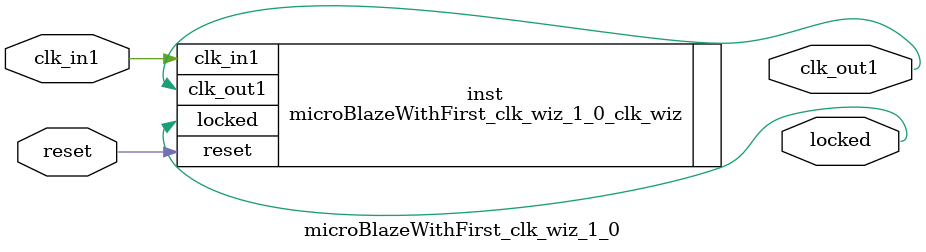
<source format=v>


`timescale 1ps/1ps

(* CORE_GENERATION_INFO = "microBlazeWithFirst_clk_wiz_1_0,clk_wiz_v6_0_9_0_0,{component_name=microBlazeWithFirst_clk_wiz_1_0,use_phase_alignment=true,use_min_o_jitter=false,use_max_i_jitter=false,use_dyn_phase_shift=false,use_inclk_switchover=false,use_dyn_reconfig=false,enable_axi=0,feedback_source=FDBK_AUTO,PRIMITIVE=MMCM,num_out_clk=1,clkin1_period=10.000,clkin2_period=10.000,use_power_down=false,use_reset=true,use_locked=true,use_inclk_stopped=false,feedback_type=SINGLE,CLOCK_MGR_TYPE=NA,manual_override=false}" *)

module microBlazeWithFirst_clk_wiz_1_0 
 (
  // Clock out ports
  output        clk_out1,
  // Status and control signals
  input         reset,
  output        locked,
 // Clock in ports
  input         clk_in1
 );

  microBlazeWithFirst_clk_wiz_1_0_clk_wiz inst
  (
  // Clock out ports  
  .clk_out1(clk_out1),
  // Status and control signals               
  .reset(reset), 
  .locked(locked),
 // Clock in ports
  .clk_in1(clk_in1)
  );

endmodule

</source>
